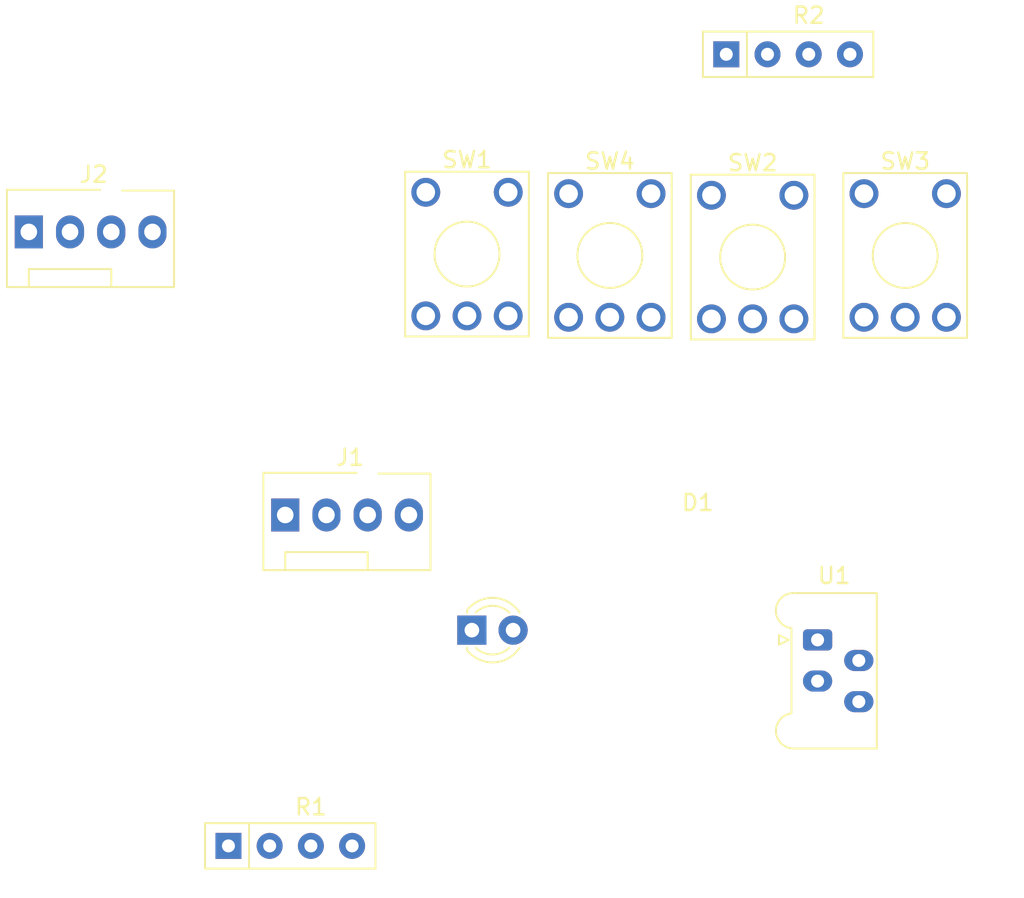
<source format=kicad_pcb>
(kicad_pcb (version 20220621) (generator pcbnew)
  (layers (0 "F.Cu" signal) (31 "B.Cu" signal) (34 "B.Paste" user) (35 "F.Paste" user) (36 "B.SilkS" user "B.Silkscreen") (37 "F.SilkS" user "F.Silkscreen") (38 "B.Mask" user) (39 "F.Mask" user) (44 "Edge.Cuts" user))
  (net 0 "")
  (net 1 "Net-(SW1-A)")
  (net 2 "Net-(D1-A)")
  (net 3 "Net-(J1-Pin_1)")
  (net 5 "Net-(J1-Pin_3)")
  (net 6 "Net-(J1-Pin_4)")
  (net 8 "Net-(U1-GPIO0)")
  (net 9 "Net-(SW1-B)")
  (net 10 "Net-(U1-GPIO3)")
  (net 11 "Net-(U1-GPIO4)")
  (net 12 "Net-(U1-GPIO5)")
  (footprint "Button_Switch_THT:KSA_Tactile_SPST" (layer "F.Cu") (at 171.26 55.89)
    (fp_text reference "SW2" (at 2.54 -2) (layer "F.SilkS"))
    (fp_text value "SW_SPST")
    (fp_line (start -1.27 -1.27) (end -1.27 8.89) (stroke (width 0.12)) (layer "F.SilkS"))
    (fp_line (start -1.27 -1.27) (end 6.35 -1.27) (stroke (width 0.12)) (layer "F.SilkS"))
    (fp_line (start -1.27 8.89) (end 6.35 8.89) (stroke (width 0.12)) (layer "F.SilkS"))
    (fp_line (start 6.35 8.89) (end 6.35 -1.27) (stroke (width 0.12)) (layer "F.SilkS"))
    (fp_circle (center 2.54 3.81) (end 0.54 3.81) (stroke (width 0.12)) (fill none) (layer "F.SilkS"))
    (pad "1" thru_hole circle (at 0 0) (size 1.778 1.778) (drill 1.143) (layers *.Cu *.Mask) (net 1 "Net-(SW1-A)"))
    (pad "2" thru_hole circle (at 5.08 0) (size 1.778 1.778) (drill 1.143) (layers *.Cu *.Mask) (net 10 "Net-(U1-GPIO3)"))
    (pad "3" thru_hole circle (at 5.08 7.62) (size 1.778 1.778) (drill 1.143) (layers *.Cu *.Mask))
    (pad "4" thru_hole circle (at 2.54 7.62) (size 1.778 1.778) (drill 1.143) (layers *.Cu *.Mask))
    (pad "5" thru_hole circle (at 0 7.62) (size 1.778 1.778) (drill 1.143) (layers *.Cu *.Mask))
  )
  (footprint "Connector:FanPinHeader_1x04_P2.54mm_Vertical" (layer "F.Cu") (at 145 75.6)
    (fp_text reference "J1" (at 4 -3.55) (layer "F.SilkS"))
    (fp_text value "Conn_01x04_Female")
    (fp_line (start -1.35 -2.6) (end 4.4 -2.6) (stroke (width 0.12)) (layer "F.SilkS"))
    (fp_line (start -1.35 3.4) (end -1.35 -2.6) (stroke (width 0.12)) (layer "F.SilkS"))
    (fp_line (start 0 2.29) (end 5.08 2.29) (stroke (width 0.12)) (layer "F.SilkS"))
    (fp_line (start 0 3.3) (end 0 2.29) (stroke (width 0.12)) (layer "F.SilkS"))
    (fp_line (start 5.08 2.29) (end 5.08 3.3) (stroke (width 0.12)) (layer "F.SilkS"))
    (fp_line (start 5.75 -2.55) (end 8.95 -2.55) (stroke (width 0.12)) (layer "F.SilkS"))
    (fp_line (start 8.95 -2.55) (end 8.95 3.4) (stroke (width 0.12)) (layer "F.SilkS"))
    (fp_line (start 8.95 3.4) (end -1.35 3.4) (stroke (width 0.12)) (layer "F.SilkS"))
    (pad "" np_thru_hole circle (at 5.08 -2.16 90) (size 1.1 1.1) (drill 1.1) (layers *.Cu *.Mask))
    (pad "1" thru_hole rect (at 0 0 90) (size 2.03 1.73) (drill 1.02) (layers *.Cu *.Mask) (net 3 "Net-(J1-Pin_1)"))
    (pad "2" thru_hole oval (at 2.54 0 90) (size 2.03 1.73) (drill 1.02) (layers *.Cu *.Mask))
    (pad "3" thru_hole oval (at 5.08 0 90) (size 2.03 1.73) (drill 1.02) (layers *.Cu *.Mask) (net 5 "Net-(J1-Pin_3)"))
    (pad "4" thru_hole oval (at 7.62 0 90) (size 2.03 1.73) (drill 1.02) (layers *.Cu *.Mask) (net 6 "Net-(J1-Pin_4)"))
  )
  (footprint "Button_Switch_THT:KSA_Tactile_SPST" (layer "F.Cu") (at 180.66 55.79)
    (fp_text reference "SW3" (at 2.54 -2) (layer "F.SilkS"))
    (fp_text value "SW_SPST")
    (fp_line (start -1.27 -1.27) (end -1.27 8.89) (stroke (width 0.12)) (layer "F.SilkS"))
    (fp_line (start -1.27 -1.27) (end 6.35 -1.27) (stroke (width 0.12)) (layer "F.SilkS"))
    (fp_line (start -1.27 8.89) (end 6.35 8.89) (stroke (width 0.12)) (layer "F.SilkS"))
    (fp_line (start 6.35 8.89) (end 6.35 -1.27) (stroke (width 0.12)) (layer "F.SilkS"))
    (fp_circle (center 2.54 3.81) (end 0.54 3.81) (stroke (width 0.12)) (fill none) (layer "F.SilkS"))
    (pad "1" thru_hole circle (at 0 0) (size 1.778 1.778) (drill 1.143) (layers *.Cu *.Mask) (net 1 "Net-(SW1-A)"))
    (pad "2" thru_hole circle (at 5.08 0) (size 1.778 1.778) (drill 1.143) (layers *.Cu *.Mask) (net 11 "Net-(U1-GPIO4)"))
    (pad "3" thru_hole circle (at 5.08 7.62) (size 1.778 1.778) (drill 1.143) (layers *.Cu *.Mask))
    (pad "4" thru_hole circle (at 2.54 7.62) (size 1.778 1.778) (drill 1.143) (layers *.Cu *.Mask))
    (pad "5" thru_hole circle (at 0 7.62) (size 1.778 1.778) (drill 1.143) (layers *.Cu *.Mask))
  )
  (footprint "Connector:FanPinHeader_1x04_P2.54mm_Vertical" (layer "F.Cu") (at 129.2 58.15)
    (fp_text reference "J2" (at 4 -3.55) (layer "F.SilkS"))
    (fp_text value "Conn_01x04_Female")
    (fp_line (start -1.35 -2.6) (end 4.4 -2.6) (stroke (width 0.12)) (layer "F.SilkS"))
    (fp_line (start -1.35 3.4) (end -1.35 -2.6) (stroke (width 0.12)) (layer "F.SilkS"))
    (fp_line (start 0 2.29) (end 5.08 2.29) (stroke (width 0.12)) (layer "F.SilkS"))
    (fp_line (start 0 3.3) (end 0 2.29) (stroke (width 0.12)) (layer "F.SilkS"))
    (fp_line (start 5.08 2.29) (end 5.08 3.3) (stroke (width 0.12)) (layer "F.SilkS"))
    (fp_line (start 5.75 -2.55) (end 8.95 -2.55) (stroke (width 0.12)) (layer "F.SilkS"))
    (fp_line (start 8.95 -2.55) (end 8.95 3.4) (stroke (width 0.12)) (layer "F.SilkS"))
    (fp_line (start 8.95 3.4) (end -1.35 3.4) (stroke (width 0.12)) (layer "F.SilkS"))
    (pad "" np_thru_hole circle (at 5.08 -2.16 90) (size 1.1 1.1) (drill 1.1) (layers *.Cu *.Mask))
    (pad "1" thru_hole rect (at 0 0 90) (size 2.03 1.73) (drill 1.02) (layers *.Cu *.Mask) (net 6 "Net-(J1-Pin_4)"))
    (pad "2" thru_hole oval (at 2.54 0 90) (size 2.03 1.73) (drill 1.02) (layers *.Cu *.Mask) (net 6 "Net-(J1-Pin_4)"))
    (pad "3" thru_hole oval (at 5.08 0 90) (size 2.03 1.73) (drill 1.02) (layers *.Cu *.Mask))
    (pad "4" thru_hole oval (at 7.62 0 90) (size 2.03 1.73) (drill 1.02) (layers *.Cu *.Mask) (net 5 "Net-(J1-Pin_3)"))
  )
  (footprint "Button_Switch_THT:KSA_Tactile_SPST" (layer "F.Cu") (at 153.66 55.705)
    (fp_text reference "SW1" (at 2.54 -2) (layer "F.SilkS"))
    (fp_text value "SW_SPST")
    (fp_line (start -1.27 -1.27) (end -1.27 8.89) (stroke (width 0.12)) (layer "F.SilkS"))
    (fp_line (start -1.27 -1.27) (end 6.35 -1.27) (stroke (width 0.12)) (layer "F.SilkS"))
    (fp_line (start -1.27 8.89) (end 6.35 8.89) (stroke (width 0.12)) (layer "F.SilkS"))
    (fp_line (start 6.35 8.89) (end 6.35 -1.27) (stroke (width 0.12)) (layer "F.SilkS"))
    (fp_circle (center 2.54 3.81) (end 0.54 3.81) (stroke (width 0.12)) (fill none) (layer "F.SilkS"))
    (pad "1" thru_hole circle (at 0 0) (size 1.778 1.778) (drill 1.143) (layers *.Cu *.Mask) (net 1 "Net-(SW1-A)"))
    (pad "2" thru_hole circle (at 5.08 0) (size 1.778 1.778) (drill 1.143) (layers *.Cu *.Mask) (net 9 "Net-(SW1-B)"))
    (pad "3" thru_hole circle (at 5.08 7.62) (size 1.778 1.778) (drill 1.143) (layers *.Cu *.Mask))
    (pad "4" thru_hole circle (at 2.54 7.62) (size 1.778 1.778) (drill 1.143) (layers *.Cu *.Mask))
    (pad "5" thru_hole circle (at 0 7.62) (size 1.778 1.778) (drill 1.143) (layers *.Cu *.Mask))
  )
  (footprint "Connector_Molex:Molex_Picoflex_90325-0004_2x02_P1.27mm_Vertical" (layer "F.Cu") (at 177.8 83.3)
    (fp_text reference "U1" (at 1.02 -3.96) (layer "F.SilkS"))
    (fp_text value "Pico")
    (fp_line (start -2.38 -0.3) (end -2.38 0.3) (stroke (width 0.12)) (layer "F.SilkS"))
    (fp_line (start -2.38 0.3) (end -1.78 0) (stroke (width 0.12)) (layer "F.SilkS"))
    (fp_line (start -1.78 0) (end -2.38 -0.3) (stroke (width 0.12)) (layer "F.SilkS"))
    (fp_line (start -1.61 -0.715) (end -1.61 4.525) (stroke (width 0.12)) (layer "F.SilkS"))
    (fp_line (start -1.48 -2.885) (end 3.65 -2.885) (stroke (width 0.12)) (layer "F.SilkS"))
    (fp_line (start 3.65 -2.885) (end 3.65 6.695) (stroke (width 0.12)) (layer "F.SilkS"))
    (fp_line (start 3.65 6.695) (end -1.48 6.695) (stroke (width 0.12)) (layer "F.SilkS"))
    (fp_arc (start -1.61 -0.72) (mid -2.56 -1.93) (end -1.35 -2.88) (stroke (width 0.12)) (layer "F.SilkS"))
    (fp_arc (start -1.47 6.695) (mid -2.56 5.714526) (end -1.678256 4.54322) (stroke (width 0.12)) (layer "F.SilkS"))
    (pad "" np_thru_hole circle (at -1.48 -1.8) (size 1.5 1.5) (drill 1.5) (layers *.Cu *.Mask))
    (pad "" np_thru_hole circle (at -1.48 5.61) (size 1.5 1.5) (drill 1.5) (layers *.Cu *.Mask))
    (pad "1" thru_hole roundrect (at 0 0) (size 1.8 1.3) (drill 0.8) (layers *.Cu *.Mask) (roundrect_rratio 0.192308) (net 8 "Net-(U1-GPIO0)"))
    (pad "2" thru_hole oval (at 2.54 1.27) (size 1.8 1.3) (drill 0.8) (layers *.Cu *.Mask))
    (pad "3" thru_hole oval (at 0 2.54) (size 1.8 1.3) (drill 0.8) (layers *.Cu *.Mask) (net 1 "Net-(SW1-A)"))
    (pad "4" thru_hole oval (at 2.54 3.81) (size 1.8 1.3) (drill 0.8) (layers *.Cu *.Mask) (net 9 "Net-(SW1-B)"))
  )
  (footprint "LED_THT:LED_D3.0mm" (layer "F.Cu") (at 156.5 82.7)
    (fp_text reference "D1" (at 13.92 -7.86) (layer "F.SilkS"))
    (fp_text value "LED")
    (fp_line (start -0.29 -1.236) (end -0.29 -1.08) (stroke (width 0.12)) (layer "F.SilkS"))
    (fp_line (start -0.29 1.08) (end -0.29 1.236) (stroke (width 0.12)) (layer "F.SilkS"))
    (fp_arc (start -0.29 -1.235516) (mid 1.366487 -1.987659) (end 2.942335 -1.078608) (stroke (width 0.12)) (layer "F.SilkS"))
    (fp_arc (start 0.229039 -1.08) (mid 1.270117 -1.5) (end 2.31113 -1.079837) (stroke (width 0.12)) (layer "F.SilkS"))
    (fp_arc (start 2.31113 1.079837) (mid 1.270117 1.5) (end 0.229039 1.08) (stroke (width 0.12)) (layer "F.SilkS"))
    (fp_arc (start 2.942335 1.078608) (mid 1.366487 1.987659) (end -0.29 1.235516) (stroke (width 0.12)) (layer "F.SilkS"))
    (pad "1" thru_hole rect (at 0 0) (size 1.8 1.8) (drill 0.9) (layers *.Cu *.Mask) (net 1 "Net-(SW1-A)"))
    (pad "2" thru_hole circle (at 2.54 0) (size 1.8 1.8) (drill 0.9) (layers *.Cu *.Mask) (net 2 "Net-(D1-A)"))
  )
  (footprint "Button_Switch_THT:KSA_Tactile_SPST" (layer "F.Cu") (at 162.46 55.79)
    (fp_text reference "SW4" (at 2.54 -2) (layer "F.SilkS"))
    (fp_text value "SW_SPST")
    (fp_line (start -1.27 -1.27) (end -1.27 8.89) (stroke (width 0.12)) (layer "F.SilkS"))
    (fp_line (start -1.27 -1.27) (end 6.35 -1.27) (stroke (width 0.12)) (layer "F.SilkS"))
    (fp_line (start -1.27 8.89) (end 6.35 8.89) (stroke (width 0.12)) (layer "F.SilkS"))
    (fp_line (start 6.35 8.89) (end 6.35 -1.27) (stroke (width 0.12)) (layer "F.SilkS"))
    (fp_circle (center 2.54 3.81) (end 0.54 3.81) (stroke (width 0.12)) (fill none) (layer "F.SilkS"))
    (pad "1" thru_hole circle (at 0 0) (size 1.778 1.778) (drill 1.143) (layers *.Cu *.Mask) (net 1 "Net-(SW1-A)"))
    (pad "2" thru_hole circle (at 5.08 0) (size 1.778 1.778) (drill 1.143) (layers *.Cu *.Mask) (net 12 "Net-(U1-GPIO5)"))
    (pad "3" thru_hole circle (at 5.08 7.62) (size 1.778 1.778) (drill 1.143) (layers *.Cu *.Mask))
    (pad "4" thru_hole circle (at 2.54 7.62) (size 1.778 1.778) (drill 1.143) (layers *.Cu *.Mask))
    (pad "5" thru_hole circle (at 0 7.62) (size 1.778 1.778) (drill 1.143) (layers *.Cu *.Mask))
  )
  (footprint "Resistor_THT:R_Array_SIP4" (layer "F.Cu") (at 172.175 47.2)
    (fp_text reference "R2" (at 5.08 -2.4) (layer "F.SilkS"))
    (fp_text value "R")
    (fp_line (start -1.44 -1.4) (end -1.44 1.4) (stroke (width 0.12)) (layer "F.SilkS"))
    (fp_line (start -1.44 1.4) (end 9.06 1.4) (stroke (width 0.12)) (layer "F.SilkS"))
    (fp_line (start 1.27 -1.4) (end 1.27 1.4) (stroke (width 0.12)) (layer "F.SilkS"))
    (fp_line (start 9.06 -1.4) (end -1.44 -1.4) (stroke (width 0.12)) (layer "F.SilkS"))
    (fp_line (start 9.06 1.4) (end 9.06 -1.4) (stroke (width 0.12)) (layer "F.SilkS"))
    (pad "1" thru_hole rect (at 0 0) (size 1.6 1.6) (drill 0.8) (layers *.Cu *.Mask) (net 2 "Net-(D1-A)"))
    (pad "2" thru_hole oval (at 2.54 0) (size 1.6 1.6) (drill 0.8) (layers *.Cu *.Mask) (net 8 "Net-(U1-GPIO0)"))
    (pad "3" thru_hole oval (at 5.08 0) (size 1.6 1.6) (drill 0.8) (layers *.Cu *.Mask))
    (pad "4" thru_hole oval (at 7.62 0) (size 1.6 1.6) (drill 0.8) (layers *.Cu *.Mask))
  )
  (footprint "Resistor_THT:R_Array_SIP4" (layer "F.Cu") (at 141.5 96)
    (fp_text reference "R1" (at 5.08 -2.4) (layer "F.SilkS"))
    (fp_text value "R")
    (fp_line (start -1.44 -1.4) (end -1.44 1.4) (stroke (width 0.12)) (layer "F.SilkS"))
    (fp_line (start -1.44 1.4) (end 9.06 1.4) (stroke (width 0.12)) (layer "F.SilkS"))
    (fp_line (start 1.27 -1.4) (end 1.27 1.4) (stroke (width 0.12)) (layer "F.SilkS"))
    (fp_line (start 9.06 -1.4) (end -1.44 -1.4) (stroke (width 0.12)) (layer "F.SilkS"))
    (fp_line (start 9.06 1.4) (end 9.06 -1.4) (stroke (width 0.12)) (layer "F.SilkS"))
    (pad "1" thru_hole rect (at 0 0) (size 1.6 1.6) (drill 0.8) (layers *.Cu *.Mask) (net 5 "Net-(J1-Pin_3)"))
    (pad "2" thru_hole oval (at 2.54 0) (size 1.6 1.6) (drill 0.8) (layers *.Cu *.Mask) (net 6 "Net-(J1-Pin_4)"))
    (pad "3" thru_hole oval (at 5.08 0) (size 1.6 1.6) (drill 0.8) (layers *.Cu *.Mask))
    (pad "4" thru_hole oval (at 7.62 0) (size 1.6 1.6) (drill 0.8) (layers *.Cu *.Mask))
  )
)
</source>
